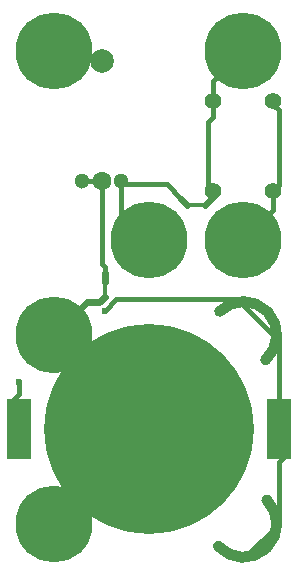
<source format=gtl>
G04 #@! TF.FileFunction,Copper,L1,Top,Signal*
%FSLAX46Y46*%
G04 Gerber Fmt 4.6, Leading zero omitted, Abs format (unit mm)*
G04 Created by KiCad (PCBNEW (2015-08-15 BZR 6092)-product) date 2/28/2016 1:55:58 PM*
%MOMM*%
G01*
G04 APERTURE LIST*
%ADD10C,0.100000*%
%ADD11C,0.889000*%
%ADD12C,1.300000*%
%ADD13C,1.600000*%
%ADD14C,2.000000*%
%ADD15C,6.500000*%
%ADD16C,17.780000*%
%ADD17R,2.000000X5.080000*%
%ADD18C,1.397000*%
%ADD19C,0.600000*%
%ADD20C,0.609600*%
%ADD21C,0.406400*%
%ADD22C,0.304800*%
G04 APERTURE END LIST*
D10*
D11*
X161900000Y-105900000D02*
G75*
G03X165900000Y-106100000I2100000J1900000D01*
G01*
X166000000Y-106000000D02*
G75*
G03X166000000Y-102000000I-2000000J2000000D01*
G01*
X165900000Y-90100000D02*
G75*
G03X166100000Y-86100000I-1900000J2100000D01*
G01*
X166000000Y-86000000D02*
G75*
G03X162000000Y-86000000I-2000000J-2000000D01*
G01*
D12*
X153650000Y-75000000D03*
D13*
X152000000Y-75000000D03*
D12*
X150350000Y-75000000D03*
D14*
X152000000Y-64800000D03*
D15*
X164000000Y-64000000D03*
X148000000Y-64000000D03*
X164000000Y-80000000D03*
X156000000Y-80000000D03*
X148000000Y-88000000D03*
X148000000Y-104000000D03*
D16*
X156000000Y-96000000D03*
D17*
X145000000Y-96000000D03*
X167000000Y-96000000D03*
D18*
X166540000Y-75810000D03*
X161460000Y-75810000D03*
X166540000Y-68190000D03*
X161460000Y-68190000D03*
D19*
X145000000Y-92000000D03*
X152250000Y-86000000D03*
D20*
X152250000Y-84750000D02*
X151750000Y-85250000D01*
X152250000Y-83500000D02*
X152250000Y-82750000D01*
D21*
X152000000Y-82000000D02*
X152250000Y-82250000D01*
X152250000Y-82250000D02*
X152250000Y-82750000D01*
X152000000Y-75000000D02*
X152000000Y-82000000D01*
D22*
X152250000Y-84750000D02*
X152250000Y-83500000D01*
D20*
X150750000Y-85250000D02*
X148000000Y-88000000D01*
X151750000Y-85250000D02*
X150750000Y-85250000D01*
D21*
X150350000Y-75000000D02*
X152000000Y-75000000D01*
X148000000Y-88000000D02*
X149000000Y-88000000D01*
X148000000Y-104000000D02*
X156000000Y-96000000D01*
X156000000Y-96000000D02*
X148000000Y-88000000D01*
X144570000Y-96000000D02*
X144570000Y-93430000D01*
X145000000Y-93000000D02*
X145000000Y-92000000D01*
X144570000Y-93430000D02*
X145000000Y-93000000D01*
X167430000Y-96000000D02*
X167430000Y-98320000D01*
X167430000Y-98320000D02*
X167000000Y-98750000D01*
X167000000Y-104000000D02*
X164000000Y-107000000D01*
X167000000Y-98750000D02*
X167000000Y-104000000D01*
X167000000Y-88500000D02*
X167000000Y-95570000D01*
X163500000Y-85000000D02*
X167000000Y-88500000D01*
X160250000Y-85000000D02*
X163500000Y-85000000D01*
X153250000Y-85000000D02*
X160250000Y-85000000D01*
X152250000Y-86000000D02*
X153250000Y-85000000D01*
X167000000Y-95570000D02*
X167430000Y-96000000D01*
X166540000Y-75810000D02*
X166540000Y-77460000D01*
X166540000Y-77460000D02*
X164000000Y-80000000D01*
X166540000Y-68190000D02*
X166540000Y-68540000D01*
X166540000Y-68540000D02*
X167000000Y-69000000D01*
X167000000Y-69000000D02*
X167000000Y-75350000D01*
X167000000Y-75350000D02*
X166540000Y-75810000D01*
X153650000Y-75000000D02*
X153650000Y-77650000D01*
X153650000Y-77650000D02*
X156000000Y-80000000D01*
X158750000Y-76500000D02*
X157500000Y-75250000D01*
D22*
X159250000Y-77000000D02*
X160750000Y-77000000D01*
D20*
X161460000Y-76290000D02*
X160750000Y-77000000D01*
X158750000Y-76500000D02*
X159250000Y-77000000D01*
D21*
X157500000Y-75250000D02*
X153900000Y-75250000D01*
X153900000Y-75250000D02*
X153650000Y-75000000D01*
D20*
X161460000Y-75810000D02*
X161460000Y-76290000D01*
D21*
X161460000Y-69540000D02*
X161000000Y-70000000D01*
X161460000Y-68190000D02*
X161460000Y-69540000D01*
X161000000Y-70000000D02*
X161000000Y-75350000D01*
X161000000Y-75350000D02*
X161460000Y-75810000D01*
X161460000Y-68190000D02*
X161460000Y-66540000D01*
X161460000Y-66540000D02*
X164000000Y-64000000D01*
X153650000Y-75000000D02*
X153650000Y-74650000D01*
M02*

</source>
